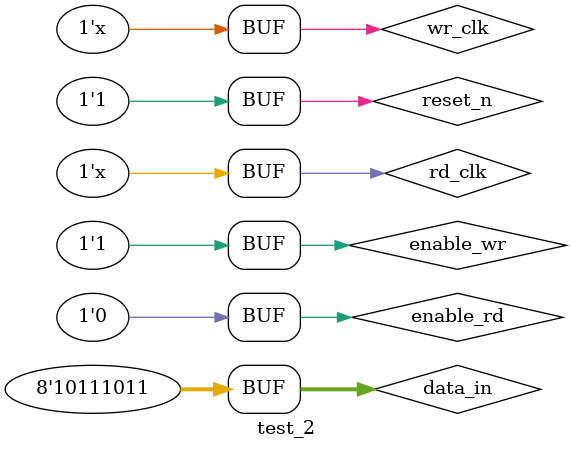
<source format=v>
`timescale 1ns / 1ps


module test_2;

	// Inputs
	reg wr_clk;
	reg rd_clk;
	reg [7:0] data_in;
	reg reset_n;
	reg enable_wr;
	reg enable_rd;

	// Outputs
	wire [7:0] data_out;
	wire f_empty;
	wire f_full;
	wire f_almost_full;
	wire f_almost_empty;

	// Instantiate the Unit Under Test (UUT)
	fifo_top_1 uut (
		.wr_clk(wr_clk), 
		.rd_clk(rd_clk), 
		.data_in(data_in), 
		.data_out(data_out), 
		.reset_n(reset_n), 
		.f_empty(f_empty), 
		.f_full(f_full), 
		.f_almost_full(f_almost_full), 
		.f_almost_empty(f_almost_empty), 
		.enable_wr(enable_wr), 
		.enable_rd(enable_rd)
	);
always # 5 wr_clk = ~ wr_clk;
	always # 15.15 rd_clk = ~ rd_clk;
	
	initial begin
		// Initialize Inputs
		wr_clk = 0;
		rd_clk = 0;
		
		data_in = 8'b0000_1010;
		reset_n = 0;
		enable_wr = 0;
		enable_rd = 0;
		#30;
		
		data_in = 8'b0000_1010;
		reset_n = 1;
		enable_wr = 0;
		enable_rd = 0;
		#30;
		
		
		data_in = 8'b0000_1010;
		reset_n = 1;
		enable_wr = 1;
		enable_rd = 0;
		#10;
		
		data_in = 8'b0001_0000;
		reset_n = 1;

		#15;
		
		data_in = 8'b0100_0001;
		reset_n = 1;

		#15;
		
		data_in = 8'b0001_0011;
		reset_n = 1;

		#15;
		
		data_in = 8'b1010_1010;
		reset_n = 1;

		#15;
		
		data_in = 8'b1010_1010;
		reset_n = 1;
		#15;
		
		data_in = 8'b1011_1011;
		reset_n = 1;
		#15;
		
		data_in = 8'b1111_1111;
		reset_n = 1;
		#15;
		
		data_in = 8'b0000_0111;  // full
		reset_n = 1;
		#15;
		

      data_in = 8'b0000_1000;
		reset_n = 1;
		enable_wr = 0;
		enable_rd = 1;
		#10;
		
      data_in = 8'b0000_1000;
		reset_n = 1;
		enable_wr = 1;
		enable_rd = 0;
		#10;
		
		data_in = 8'b1011_1011;
		reset_n = 1;
		#15;
		
		data_in = 8'b1011_1011;
		reset_n = 1;
		#15;
	end
      
endmodule


</source>
